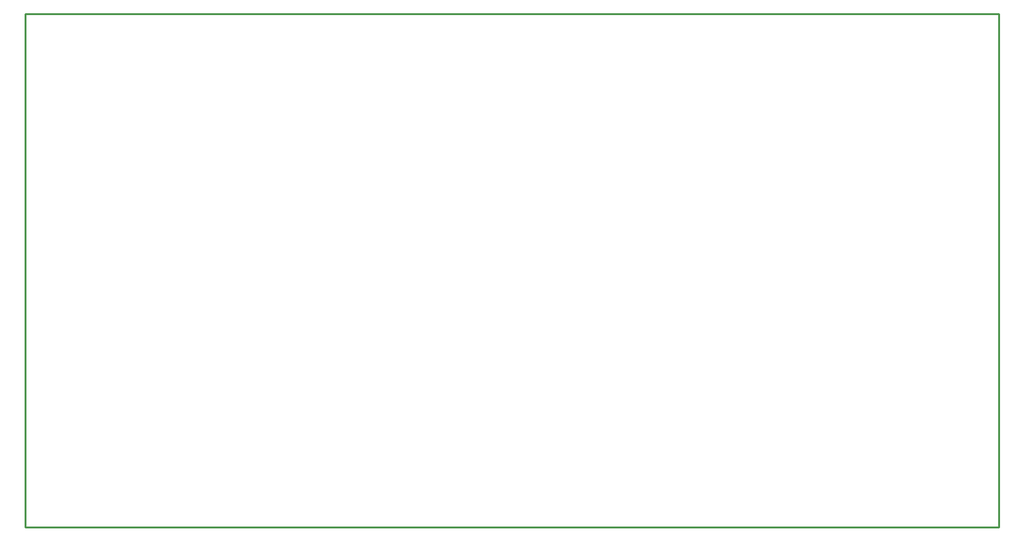
<source format=gm1>
G04 Layer_Color=16711935*
%FSLAX25Y25*%
%MOIN*%
G70*
G01*
G75*
%ADD14C,0.01000*%
D14*
X100000Y228500D02*
Y500000D01*
Y228000D02*
X615000D01*
Y277000D01*
Y500000D01*
X100000D02*
X615000D01*
M02*

</source>
